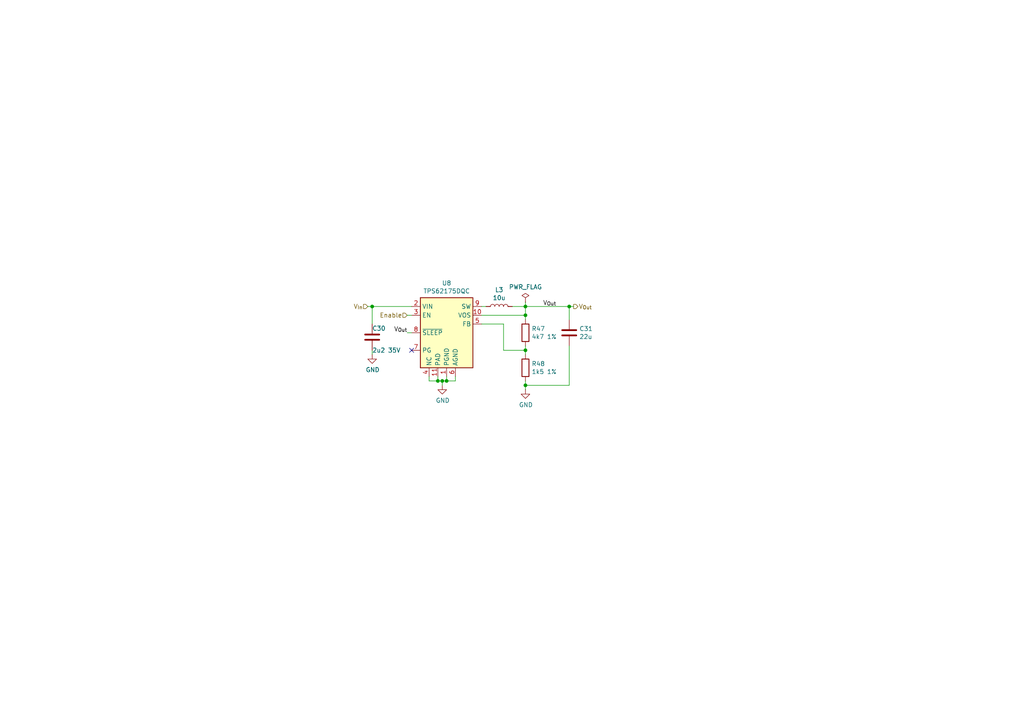
<source format=kicad_sch>
(kicad_sch (version 20231120) (generator "eeschema") (generator_version "8.0")
  (paper "A4")
  (lib_symbols
    (symbol "Device:C" (pin_numbers hide) (pin_names (offset 0.254))
      (property "Reference" "C" (at 0.635 2.54 0))
      (property "Value" "C" (at 0.635 -2.54 0))
      (symbol "C_0_1"
        (polyline (pts (xy -2.032 -0.762) (xy 2.032 -0.762)) (stroke (width 0.508)))
        (polyline (pts (xy -2.032 0.762) (xy 2.032 0.762)) (stroke (width 0.508)))
      )
      (symbol "C_1_1"
        (pin passive line (at 0 3.81 270) (length 2.794) (name "~") (number "1"))
        (pin passive line (at 0 -3.81 90) (length 2.794) (name "~") (number "2"))
      )
    )
    (symbol "Device:L" (pin_numbers hide) (pin_names (offset 1.016) hide)
      (property "Reference" "L" (at -1.27 0 90))
      (property "Value" "L" (at 1.905 0 90))
      (symbol "L_0_1"
        (arc (start 0 -2.54) (mid 0.6323 -1.905) (end 0 -1.27))
        (arc (start 0 -1.27) (mid 0.6323 -0.635) (end 0 0))
        (arc (start 0 0) (mid 0.6323 0.635) (end 0 1.27))
        (arc (start 0 1.27) (mid 0.6323 1.905) (end 0 2.54))
      )
      (symbol "L_1_1"
        (pin passive line (at 0 3.81 270) (length 1.27) (name "1") (number "1"))
        (pin passive line (at 0 -3.81 90) (length 1.27) (name "2") (number "2"))
      )
    )
    (symbol "Device:R" (pin_numbers hide) (pin_names (offset 0))
      (property "Reference" "R" (at 2.032 0 90))
      (property "Value" "R" (at 0 0 90))
      (symbol "R_0_1"
        (rectangle (start -1.016 -2.54) (end 1.016 2.54) (stroke (width 0.254)))
      )
      (symbol "R_1_1"
        (pin passive line (at 0 3.81 270) (length 1.27) (name "~") (number "1"))
        (pin passive line (at 0 -3.81 90) (length 1.27) (name "~") (number "2"))
      )
    )
    (symbol "Regulator_Switching:TPS62175DQC"
      (property "Reference" "U" (at -7.62 11.43 0))
      (property "Value" "TPS62175DQC" (at -1.27 11.43 0))
      (symbol "TPS62175DQC_0_1"
        (rectangle (start -7.62 10.16) (end 7.62 -10.16) (stroke (width 0.254)) (fill (type background)))
      )
      (symbol "TPS62175DQC_1_1"
        (pin power_in line (at 0 -12.7 90) (length 2.54) (name "PGND") (number "1"))
        (pin input line (at 10.16 5.08 180) (length 2.54) (name "VOS") (number "10"))
        (pin power_in line (at -2.54 -12.7 90) (length 2.54) (name "PAD") (number "11"))
        (pin power_in line (at -10.16 7.62 0) (length 2.54) (name "VIN") (number "2"))
        (pin input line (at -10.16 5.08 0) (length 2.54) (name "EN") (number "3"))
        (pin passive line (at -5.08 -12.7 90) (length 2.54) (name "NC") (number "4"))
        (pin input line (at 10.16 2.54 180) (length 2.54) (name "FB") (number "5"))
        (pin power_in line (at 2.54 -12.7 90) (length 2.54) (name "AGND") (number "6"))
        (pin output line (at -10.16 -5.08 0) (length 2.54) (name "PG") (number "7"))
        (pin input line (at -10.16 0 0) (length 2.54) (name "~{SLEEP}") (number "8"))
        (pin power_out line (at 10.16 7.62 180) (length 2.54) (name "SW") (number "9"))
      )
    )
    (symbol "power:GND" (power) (pin_numbers hide) (pin_names (offset 0) hide)
      (property "Value" "GND" (at 0 -3.81 0))
      (symbol "GND_0_1"
        (polyline (pts (xy 0 0) (xy 0 -1.27) (xy 1.27 -1.27) (xy 0 -2.54) (xy -1.27 -1.27) (xy 0 -1.27)))
      )
      (symbol "GND_1_1"
        (pin power_in line (at 0 0 270) (length 0) (name "~") (number "1"))
      )
    )
    (symbol "power:PWR_FLAG" (power) (pin_numbers hide) (pin_names (offset 0) hide)
      (property "Value" "PWR_FLAG" (at 0 3.81 0))
      (symbol "PWR_FLAG_0_0"
        (pin power_out line (at 0 0 90) (length 0) (name "~") (number "1"))
      )
      (symbol "PWR_FLAG_0_1"
        (polyline (pts (xy 0 0) (xy 0 1.27) (xy -1.016 1.905) (xy 0 2.54) (xy 1.016 1.905) (xy 0 1.27)))
      )
    )
  )
  (junction (at 152.4 111.76))
  (junction (at 152.4 101.6))
  (junction (at 152.4 88.9))
  (junction (at 165.1 88.9))
  (junction (at 128.27 110.49))
  (junction (at 127 110.49))
  (junction (at 152.4 91.44))
  (junction (at 107.95 88.9))
  (junction (at 129.54 110.49))
  (no_connect (at 119.38 101.6))
  (wire (pts (xy 148.59 88.9) (xy 152.4 88.9)))
  (wire (pts (xy 140.97 88.9) (xy 139.7 88.9)))
  (wire (pts (xy 128.27 111.76) (xy 128.27 110.49)))
  (wire (pts (xy 128.27 110.49) (xy 129.54 110.49)))
  (wire (pts (xy 146.05 93.98) (xy 139.7 93.98)))
  (wire (pts (xy 152.4 92.71) (xy 152.4 91.44)))
  (wire (pts (xy 129.54 109.22) (xy 129.54 110.49)))
  (wire (pts (xy 107.95 88.9) (xy 119.38 88.9)))
  (wire (pts (xy 132.08 110.49) (xy 132.08 109.22)))
  (wire (pts (xy 152.4 88.9) (xy 165.1 88.9)))
  (wire (pts (xy 124.46 109.22) (xy 124.46 110.49)))
  (wire (pts (xy 118.11 96.52) (xy 119.38 96.52)))
  (wire (pts (xy 127 110.49) (xy 128.27 110.49)))
  (wire (pts (xy 165.1 100.33) (xy 165.1 111.76)))
  (wire (pts (xy 152.4 101.6) (xy 152.4 100.33)))
  (wire (pts (xy 165.1 88.9) (xy 166.37 88.9)))
  (wire (pts (xy 118.11 91.44) (xy 119.38 91.44)))
  (wire (pts (xy 152.4 101.6) (xy 146.05 101.6)))
  (wire (pts (xy 124.46 110.49) (xy 127 110.49)))
  (wire (pts (xy 129.54 110.49) (xy 132.08 110.49)))
  (wire (pts (xy 107.95 102.87) (xy 107.95 101.6)))
  (wire (pts (xy 152.4 91.44) (xy 152.4 88.9)))
  (wire (pts (xy 165.1 111.76) (xy 152.4 111.76)))
  (wire (pts (xy 152.4 88.9) (xy 152.4 87.63)))
  (wire (pts (xy 152.4 102.87) (xy 152.4 101.6)))
  (wire (pts (xy 106.68 88.9) (xy 107.95 88.9)))
  (wire (pts (xy 127 109.22) (xy 127 110.49)))
  (wire (pts (xy 165.1 88.9) (xy 165.1 92.71)))
  (wire (pts (xy 152.4 111.76) (xy 152.4 110.49)))
  (wire (pts (xy 139.7 91.44) (xy 152.4 91.44)))
  (wire (pts (xy 146.05 101.6) (xy 146.05 93.98)))
  (wire (pts (xy 152.4 113.03) (xy 152.4 111.76)))
  (wire (pts (xy 107.95 88.9) (xy 107.95 93.98)))
  (label "V_{Out}" (at 157.48 88.9 0))
  (label "V_{Out}" (at 118.11 96.52 180))
  (hierarchical_label "Enable" (shape input) (at 118.11 91.44 180))
  (hierarchical_label "V_{In}" (shape input) (at 106.68 88.9 180))
  (hierarchical_label "V_{Out}" (shape output) (at 166.37 88.9 0))
  (symbol (lib_id "Device:L") (at 144.78 88.9 90) (unit 1)
    (property "Reference" "L3" (at 144.78 84.074 90))
    (property "Value" "10u" (at 144.78 86.3854 90))
    (property "Footprint" "Inductor_SMD:L_1210_3225Metric" (effects (hide yes)))
    (property "Description" "Inductor" (effects (hide yes)))
    (instances (project "alarm-clock_v3" (path "" (reference "L3") (unit 1)) (path "" (reference "L2") (unit 1))))
  )
  (symbol (lib_id "Device:R") (at 152.4 96.52 0) (unit 1)
    (property "Reference" "R47" (at 154.178 95.3516 0) (effects (justify left)))
    (property "Value" "4k7 1%" (at 154.178 97.663 0) (effects (justify left)))
    (property "Footprint" "Resistor_SMD:R_0603_1608Metric_Pad0.98x0.95mm_HandSolder" (effects (hide yes)))
    (property "Description" "Resistor" (effects (hide yes)))
    (instances (project "alarm-clock_v3" (path "" (reference "R47") (unit 1)) (path "" (reference "R45") (unit 1))))
  )
  (symbol (lib_id "power:GND") (at 128.27 111.76 0) (unit 1)
    (property "Reference" "#PWR071" (effects (hide yes)))
    (property "Value" "GND" (at 128.397 116.1542 0))
    (property "Description" "Power symbol creates a global label with name \"GND\" , ground" (effects (hide yes)))
    (instances (project "alarm-clock_v3" (path "" (reference "#PWR071") (unit 1)) (path "" (reference "#PWR068") (unit 1))))
  )
  (symbol (lib_id "Device:C") (at 107.95 97.79 0) (unit 1)
    (property "Reference" "C30" (at 107.95 95.25 0) (effects (justify left)))
    (property "Value" "2u2 35V" (at 107.95 101.6 0) (effects (justify left)))
    (property "Footprint" "Capacitor_SMD:C_0603_1608Metric_Pad1.08x0.95mm_HandSolder" (effects (hide yes)))
    (property "Description" "Unpolarized capacitor" (effects (hide yes)))
    (instances (project "alarm-clock_v3" (path "" (reference "C30") (unit 1)) (path "" (reference "C28") (unit 1))))
  )
  (symbol (lib_id "Device:R") (at 152.4 106.68 0) (unit 1)
    (property "Reference" "R48" (at 154.178 105.5116 0) (effects (justify left)))
    (property "Value" "1k5 1%" (at 154.178 107.823 0) (effects (justify left)))
    (property "Footprint" "Resistor_SMD:R_0603_1608Metric_Pad0.98x0.95mm_HandSolder" (effects (hide yes)))
    (property "Description" "Resistor" (effects (hide yes)))
    (instances (project "alarm-clock_v3" (path "" (reference "R48") (unit 1)) (path "" (reference "R46") (unit 1))))
  )
  (symbol (lib_id "power:GND") (at 152.4 113.03 0) (unit 1)
    (property "Reference" "#PWR072" (effects (hide yes)))
    (property "Value" "GND" (at 152.527 117.4242 0))
    (property "Description" "Power symbol creates a global label with name \"GND\" , ground" (effects (hide yes)))
    (instances (project "alarm-clock_v3" (path "" (reference "#PWR072") (unit 1)) (path "" (reference "#PWR069") (unit 1))))
  )
  (symbol (lib_id "Regulator_Switching:TPS62175DQC") (at 129.54 96.52 0) (unit 1)
    (property "Reference" "U8" (at 129.54 82.1182 0))
    (property "Value" "TPS62175DQC" (at 129.54 84.4296 0))
    (property "Footprint" "Package_SON:WSON-10-1EP_2x3mm_P0.5mm_EP0.84x2.4mm_ThermalVias" (effects (hide yes)))
    (property "Datasheet" "http://www.ti.com/lit/ds/symlink/tps62177.pdf" (effects (hide yes)))
    (property "Description" "500mA Step-Down Converter with Sleep Mode, adjustable Output Voltage, 4.75-28V input voltage, WSON-10" (effects (hide yes)))
    (instances (project "alarm-clock_v3" (path "" (reference "U8") (unit 1)) (path "" (reference "U7") (unit 1))))
  )
  (symbol (lib_id "power:PWR_FLAG") (at 152.4 87.63 0) (unit 1)
    (property "Reference" "#FLG06" (effects (hide yes)))
    (property "Value" "PWR_FLAG" (at 152.4 83.2358 0))
    (property "Description" "Special symbol for telling ERC where power comes from" (effects (hide yes)))
    (instances (project "alarm-clock_v3" (path "" (reference "#FLG06") (unit 1)) (path "" (reference "#FLG05") (unit 1))))
  )
  (symbol (lib_id "Device:C") (at 165.1 96.52 0) (unit 1)
    (property "Reference" "C31" (at 168.021 95.3516 0) (effects (justify left)))
    (property "Value" "22u" (at 168.021 97.663 0) (effects (justify left)))
    (property "Footprint" "Capacitor_SMD:C_0805_2012Metric_Pad1.18x1.45mm_HandSolder" (effects (hide yes)))
    (property "Description" "Unpolarized capacitor" (effects (hide yes)))
    (instances (project "alarm-clock_v3" (path "" (reference "C31") (unit 1)) (path "" (reference "C29") (unit 1))))
  )
  (symbol (lib_id "power:GND") (at 107.95 102.87 0) (unit 1)
    (property "Reference" "#PWR070" (effects (hide yes)))
    (property "Value" "GND" (at 108.077 107.2642 0))
    (property "Description" "Power symbol creates a global label with name \"GND\" , ground" (effects (hide yes)))
    (instances (project "alarm-clock_v3" (path "" (reference "#PWR070") (unit 1)) (path "" (reference "#PWR067") (unit 1))))
  )
)
</source>
